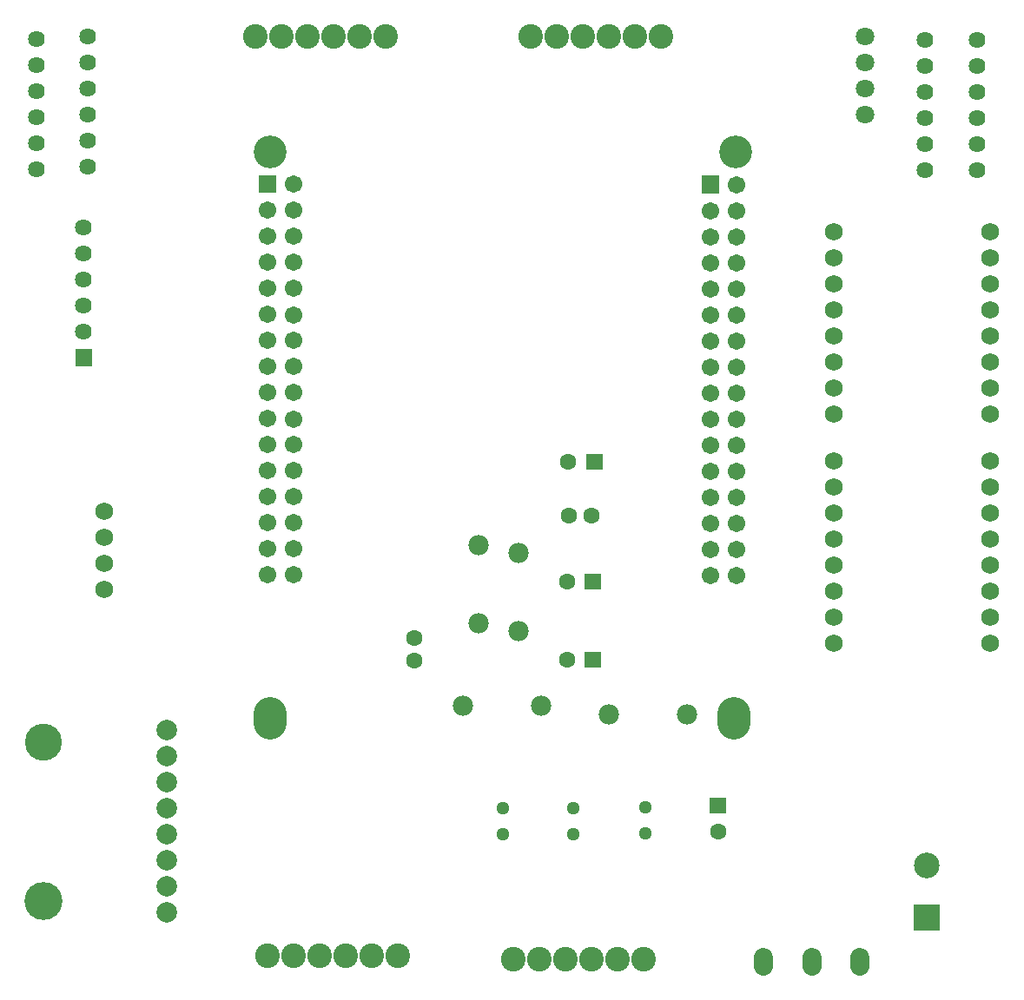
<source format=gbs>
G04 Layer: BottomSolderMaskLayer*
G04 EasyEDA v6.5.8, 2022-07-15 11:59:49*
G04 d1191fb9e1b14548bd0f93557d019ec9,639d141a17be428fa5966410475b8b1a,10*
G04 Gerber Generator version 0.2*
G04 Scale: 100 percent, Rotated: No, Reflected: No *
G04 Dimensions in millimeters *
G04 leading zeros omitted , absolute positions ,4 integer and 5 decimal *
%FSLAX45Y45*%
%MOMM*%

%ADD10C,3.2032*%
%ADD11C,1.9000*%
%ADD12C,1.6017*%
%ADD13C,1.2954*%
%ADD14C,2.5016*%
%ADD15C,1.6016*%
%ADD16C,1.6256*%
%ADD17C,1.7032*%
%ADD18C,2.4032*%
%ADD19C,1.8032*%
%ADD20C,1.7516*%
%ADD21C,1.9812*%
%ADD22C,1.7272*%
%ADD23C,2.0032*%
%ADD24C,3.7032*%
%ADD25C,3.6016*%

%LPD*%
D10*
X2628900Y-7100100D02*
G01*
X2628900Y-7200099D01*
X7150100Y-7100100D02*
G01*
X7150100Y-7200099D01*
D11*
X8382101Y-9570001D02*
G01*
X8382101Y-9480001D01*
X7912100Y-9570001D02*
G01*
X7912100Y-9480001D01*
X7442098Y-9570001D02*
G01*
X7442098Y-9480001D01*
D12*
G01*
X6997700Y-8255000D03*
G36*
X6917690Y-8081010D02*
G01*
X6917690Y-7920989D01*
X7077709Y-7920989D01*
X7077709Y-8081010D01*
G37*
G01*
X5524500Y-6578600D03*
G36*
X5698490Y-6658610D02*
G01*
X5698490Y-6498589D01*
X5858509Y-6498589D01*
X5858509Y-6658610D01*
G37*
G01*
X5524500Y-5816600D03*
G36*
X5698490Y-5896610D02*
G01*
X5698490Y-5736589D01*
X5858509Y-5736589D01*
X5858509Y-5896610D01*
G37*
G01*
X5537200Y-4648200D03*
G36*
X5711190Y-4728210D02*
G01*
X5711190Y-4568189D01*
X5871209Y-4568189D01*
X5871209Y-4728210D01*
G37*
D13*
G01*
X4902200Y-8280400D03*
G01*
X4902200Y-8026400D03*
G01*
X5588000Y-8280400D03*
G01*
X5588000Y-8026400D03*
G01*
X6286500Y-8267700D03*
G01*
X6286500Y-8013700D03*
G36*
X8904731Y-9218168D02*
G01*
X8904731Y-8968231D01*
X9154668Y-8968231D01*
X9154668Y-9218168D01*
G37*
D14*
G01*
X9029700Y-8585200D03*
D15*
G01*
X4038600Y-6589496D03*
G01*
X4038600Y-6364503D03*
G01*
X5539003Y-5168900D03*
G01*
X5763996Y-5168900D03*
G36*
X731520Y-3713479D02*
G01*
X731520Y-3550920D01*
X894079Y-3550920D01*
X894079Y-3713479D01*
G37*
D16*
G01*
X812800Y-3378200D03*
G01*
X812800Y-3124200D03*
G01*
X812800Y-2870200D03*
G01*
X812800Y-2616200D03*
G01*
X812800Y-2362200D03*
D10*
G01*
X2629534Y-1625600D03*
G01*
X7163434Y-1625600D03*
D17*
G01*
X7176134Y-5499100D03*
G01*
X6922134Y-5499100D03*
G01*
X7176134Y-5245100D03*
G01*
X6922134Y-5245100D03*
G01*
X7176134Y-4991100D03*
G01*
X6922134Y-4991100D03*
G01*
X7176134Y-4737100D03*
G01*
X6922134Y-4737100D03*
G01*
X7176134Y-4483100D03*
G01*
X6922134Y-4483100D03*
G01*
X7176134Y-4229100D03*
G01*
X6922134Y-4229100D03*
G01*
X7176134Y-3975100D03*
G01*
X6922134Y-3975100D03*
G01*
X7176134Y-3721100D03*
G01*
X6922134Y-3721100D03*
G01*
X7176134Y-3467100D03*
G01*
X6922134Y-3467100D03*
G01*
X7176134Y-3213100D03*
G01*
X6922134Y-3213100D03*
G01*
X7176134Y-2959100D03*
G01*
X6922134Y-2959100D03*
G01*
X7176134Y-2705100D03*
G01*
X6922134Y-2705100D03*
G01*
X7176134Y-2451100D03*
G01*
X6922134Y-2451100D03*
G01*
X7176134Y-2197100D03*
G01*
X6922134Y-2197100D03*
G01*
X7176134Y-1943100D03*
G36*
X6836918Y-2028189D02*
G01*
X6836918Y-1858010D01*
X7007352Y-1858010D01*
X7007352Y-2028189D01*
G37*
G01*
X2856865Y-5496229D03*
G01*
X2602865Y-5496229D03*
G01*
X2856865Y-5242229D03*
G01*
X2602865Y-5242229D03*
G01*
X2856865Y-4988229D03*
G01*
X2602865Y-4988229D03*
G01*
X2856865Y-4734229D03*
G01*
X2602865Y-4734229D03*
G01*
X2856865Y-4480229D03*
G01*
X2602865Y-4480229D03*
G01*
X2857500Y-4229100D03*
G01*
X2602865Y-4226229D03*
G01*
X2856865Y-3972229D03*
G01*
X2602865Y-3972229D03*
G01*
X2856865Y-3718229D03*
G01*
X2602865Y-3718229D03*
G01*
X2856865Y-3464229D03*
G01*
X2602865Y-3464229D03*
G01*
X2857500Y-3213100D03*
G01*
X2602865Y-3210229D03*
G01*
X2856865Y-2956229D03*
G01*
X2602865Y-2956229D03*
G01*
X2856865Y-2702229D03*
G01*
X2602865Y-2702229D03*
G01*
X2856865Y-2448229D03*
G01*
X2602865Y-2448229D03*
G01*
X2856865Y-2194229D03*
G01*
X2602865Y-2194229D03*
G01*
X2856865Y-1940229D03*
G36*
X2517647Y-2025395D02*
G01*
X2517647Y-1854962D01*
X2688081Y-1854962D01*
X2688081Y-2025395D01*
G37*
G01*
X2602865Y-5750229D03*
G01*
X2856865Y-5750229D03*
G01*
X6922134Y-5753100D03*
G01*
X7176134Y-5753100D03*
D18*
G01*
X6438900Y-495300D03*
G01*
X6184900Y-495300D03*
G01*
X5930900Y-495300D03*
G01*
X5676900Y-495300D03*
G01*
X5422900Y-495300D03*
G01*
X5168900Y-495300D03*
G01*
X3759200Y-495300D03*
G01*
X3505200Y-495300D03*
G01*
X3251200Y-495300D03*
G01*
X2997200Y-495300D03*
G01*
X2743200Y-495300D03*
G01*
X2489200Y-495300D03*
G01*
X5003800Y-9499600D03*
G01*
X5257800Y-9499600D03*
G01*
X5511800Y-9499600D03*
G01*
X5765800Y-9499600D03*
G01*
X6019800Y-9499600D03*
G01*
X6273800Y-9499600D03*
G01*
X2603500Y-9461500D03*
G01*
X2857500Y-9461500D03*
G01*
X3111500Y-9461500D03*
G01*
X3365500Y-9461500D03*
G01*
X3619500Y-9461500D03*
G01*
X3873500Y-9461500D03*
D19*
G01*
X8432800Y-1257300D03*
G01*
X8432800Y-1003300D03*
G01*
X8432800Y-749300D03*
G01*
X8432800Y-495300D03*
D20*
G01*
X1016127Y-5892800D03*
G01*
X1016127Y-5638800D03*
G01*
X1016127Y-5384800D03*
G01*
X1015872Y-5130800D03*
D16*
G01*
X355600Y-523595D03*
G01*
X355600Y-777595D03*
G01*
X355600Y-1031595D03*
G01*
X355600Y-1285595D03*
G01*
X355600Y-1539595D03*
G01*
X355600Y-1793595D03*
G01*
X9525000Y-536295D03*
G01*
X9525000Y-790295D03*
G01*
X9525000Y-1044295D03*
G01*
X9525000Y-1298295D03*
G01*
X9525000Y-1552295D03*
G01*
X9525000Y-1806295D03*
G01*
X850900Y-498195D03*
G01*
X850900Y-752195D03*
G01*
X850900Y-1006195D03*
G01*
X850900Y-1260195D03*
G01*
X850900Y-1514195D03*
G01*
X850900Y-1768195D03*
G01*
X9017000Y-536295D03*
G01*
X9017000Y-790295D03*
G01*
X9017000Y-1044295D03*
G01*
X9017000Y-1298295D03*
G01*
X9017000Y-1552295D03*
G01*
X9017000Y-1806295D03*
D21*
G01*
X5270500Y-7023100D03*
G01*
X4508500Y-7023100D03*
G01*
X6692900Y-7112000D03*
G01*
X5930900Y-7112000D03*
G01*
X5054600Y-5537200D03*
G01*
X5054600Y-6299200D03*
G01*
X4660900Y-6223000D03*
G01*
X4660900Y-5461000D03*
D22*
G01*
X9652000Y-2908300D03*
G01*
X9652000Y-2654300D03*
G01*
X9652000Y-2400300D03*
G01*
X9652000Y-3162300D03*
G01*
X9652000Y-3416300D03*
G01*
X9652000Y-3670300D03*
G01*
X9652000Y-3924300D03*
G01*
X9652000Y-4178300D03*
G01*
X8128000Y-4178300D03*
G01*
X8128000Y-3924300D03*
G01*
X8128000Y-3670300D03*
G01*
X8128000Y-3416300D03*
G01*
X8128000Y-3162300D03*
G01*
X8128000Y-2908300D03*
G01*
X8128000Y-2654300D03*
G01*
X8128000Y-2400300D03*
G01*
X9652000Y-5143500D03*
G01*
X9652000Y-4889500D03*
G01*
X9652000Y-4635500D03*
G01*
X9652000Y-5397500D03*
G01*
X9652000Y-5651500D03*
G01*
X9652000Y-5905500D03*
G01*
X9652000Y-6159500D03*
G01*
X9652000Y-6413500D03*
G01*
X8128000Y-6413500D03*
G01*
X8128000Y-6159500D03*
G01*
X8128000Y-5905500D03*
G01*
X8128000Y-5651500D03*
G01*
X8128000Y-5397500D03*
G01*
X8128000Y-5143500D03*
G01*
X8128000Y-4889500D03*
G01*
X8128000Y-4635500D03*
D23*
G01*
X1625600Y-9042400D03*
G01*
X1625600Y-8788400D03*
G01*
X1625600Y-8534400D03*
G01*
X1625600Y-8280400D03*
G01*
X1625600Y-8026400D03*
G01*
X1625600Y-7772400D03*
G01*
X1625600Y-7518400D03*
G01*
X1625600Y-7264400D03*
D24*
G01*
X419100Y-8928100D03*
D25*
G01*
X419100Y-7378700D03*
M02*

</source>
